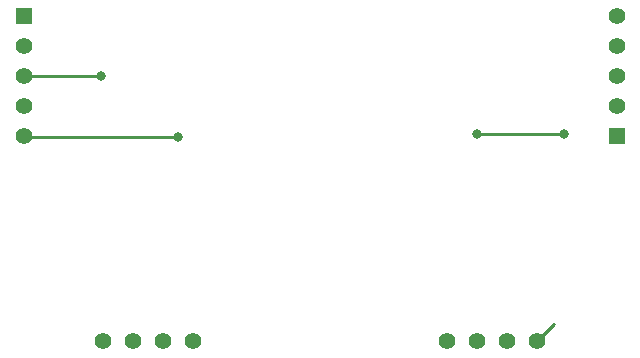
<source format=gtl>
G04 #@! TF.GenerationSoftware,KiCad,Pcbnew,(5.1.6-0-10_14)*
G04 #@! TF.CreationDate,2022-08-17T10:56:06+09:00*
G04 #@! TF.ProjectId,cool536trackballparts,636f6f6c-3533-4367-9472-61636b62616c,rev?*
G04 #@! TF.SameCoordinates,Original*
G04 #@! TF.FileFunction,Copper,L1,Top*
G04 #@! TF.FilePolarity,Positive*
%FSLAX46Y46*%
G04 Gerber Fmt 4.6, Leading zero omitted, Abs format (unit mm)*
G04 Created by KiCad (PCBNEW (5.1.6-0-10_14)) date 2022-08-17 10:56:06*
%MOMM*%
%LPD*%
G01*
G04 APERTURE LIST*
G04 #@! TA.AperFunction,ComponentPad*
%ADD10C,1.397000*%
G04 #@! TD*
G04 #@! TA.AperFunction,ComponentPad*
%ADD11R,1.397000X1.397000*%
G04 #@! TD*
G04 #@! TA.AperFunction,ViaPad*
%ADD12C,0.800000*%
G04 #@! TD*
G04 #@! TA.AperFunction,Conductor*
%ADD13C,0.250000*%
G04 #@! TD*
G04 APERTURE END LIST*
D10*
X86830000Y-42520000D03*
X86830000Y-45060000D03*
X86830000Y-47600000D03*
X86830000Y-50140000D03*
D11*
X86830000Y-52680000D03*
D10*
X80060000Y-70040000D03*
X77520000Y-70040000D03*
X74980000Y-70040000D03*
X72440000Y-70040000D03*
X43360000Y-70040000D03*
X45900000Y-70040000D03*
X48440000Y-70040000D03*
X50980000Y-70040000D03*
D11*
X36590000Y-42520000D03*
D10*
X36590000Y-45060000D03*
X36590000Y-47600000D03*
X36590000Y-50140000D03*
X36590000Y-52680000D03*
D12*
X49630000Y-52720000D03*
X43180000Y-47620000D03*
X82340000Y-52490000D03*
X74990000Y-52530000D03*
D13*
X36630000Y-52720000D02*
X36590000Y-52680000D01*
X49630000Y-52720000D02*
X36630000Y-52720000D01*
X80060000Y-70040000D02*
X81526703Y-68573297D01*
X36610000Y-47620000D02*
X36590000Y-47600000D01*
X43180000Y-47620000D02*
X36610000Y-47620000D01*
X74990000Y-52530000D02*
X82300000Y-52530000D01*
X82300000Y-52530000D02*
X82340000Y-52490000D01*
M02*

</source>
